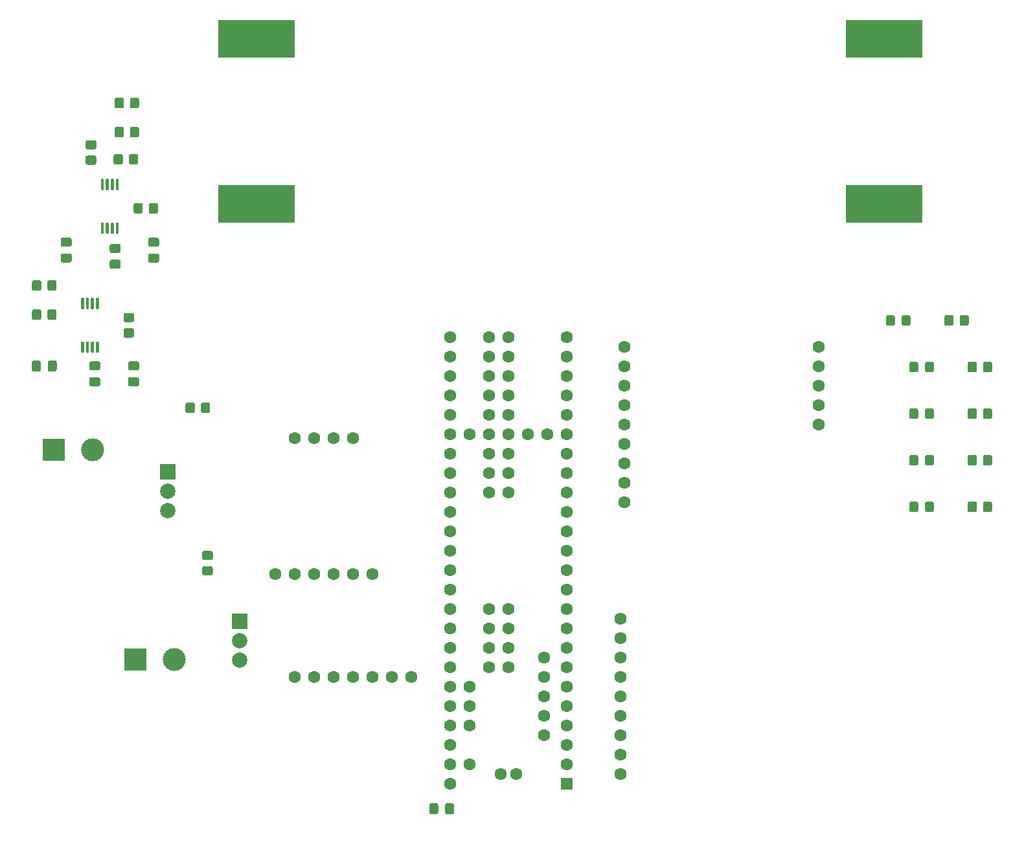
<source format=gts>
G04 #@! TF.GenerationSoftware,KiCad,Pcbnew,(5.1.7)-1*
G04 #@! TF.CreationDate,2021-11-25T13:01:40-05:00*
G04 #@! TF.ProjectId,REV1_FALL_2021,52455631-5f46-4414-9c4c-5f323032312e,rev?*
G04 #@! TF.SameCoordinates,Original*
G04 #@! TF.FileFunction,Soldermask,Top*
G04 #@! TF.FilePolarity,Negative*
%FSLAX46Y46*%
G04 Gerber Fmt 4.6, Leading zero omitted, Abs format (unit mm)*
G04 Created by KiCad (PCBNEW (5.1.7)-1) date 2021-11-25 13:01:40*
%MOMM*%
%LPD*%
G01*
G04 APERTURE LIST*
%ADD10R,10.000000X5.000000*%
%ADD11C,1.600000*%
%ADD12R,1.600000X1.600000*%
%ADD13R,3.000000X3.000000*%
%ADD14C,3.000000*%
%ADD15R,2.000000X2.000000*%
%ADD16C,2.000000*%
G04 APERTURE END LIST*
D10*
X144945000Y-81280000D03*
X62945000Y-81280000D03*
X144945000Y-59690000D03*
X62945000Y-59690000D03*
D11*
X110490000Y-155829000D03*
X110490000Y-153289000D03*
X110490000Y-150749000D03*
X110490000Y-148209000D03*
X110490000Y-145669000D03*
X110490000Y-143129000D03*
X110490000Y-140589000D03*
X110490000Y-138049000D03*
X110490000Y-135509000D03*
X83185000Y-143129000D03*
X80645000Y-143129000D03*
X78105000Y-143129000D03*
X75565000Y-143129000D03*
X73025000Y-143129000D03*
X70485000Y-143129000D03*
X67945000Y-143129000D03*
X65405000Y-129667000D03*
X67945000Y-129667000D03*
X70485000Y-129667000D03*
X73025000Y-129667000D03*
X75565000Y-129667000D03*
X78105000Y-129667000D03*
X67945000Y-111887000D03*
X70485000Y-111887000D03*
X73025000Y-111887000D03*
X75565000Y-111887000D03*
X110998000Y-99949000D03*
X110998000Y-102489000D03*
X110998000Y-105029000D03*
X110998000Y-107569000D03*
X110998000Y-110109000D03*
X110998000Y-112649000D03*
X110998000Y-115189000D03*
X110998000Y-117729000D03*
X110998000Y-120269000D03*
X136398000Y-110109000D03*
X136398000Y-107569000D03*
X136398000Y-105029000D03*
X136398000Y-102489000D03*
X136398000Y-99949000D03*
X103505000Y-116459000D03*
X103505000Y-113919000D03*
X103505000Y-111379000D03*
X103505000Y-108839000D03*
X103505000Y-118999000D03*
X103505000Y-121539000D03*
X103505000Y-124079000D03*
X103505000Y-106299000D03*
X103505000Y-103759000D03*
X103505000Y-101219000D03*
X103505000Y-98679000D03*
X100965000Y-111379000D03*
X98425000Y-111379000D03*
X95885000Y-111379000D03*
X93345000Y-111379000D03*
X90805000Y-111379000D03*
X88265000Y-98679000D03*
X88265000Y-101219000D03*
X88265000Y-103759000D03*
X88265000Y-106299000D03*
X88265000Y-108839000D03*
X88265000Y-111379000D03*
X88265000Y-113919000D03*
X88265000Y-116459000D03*
X103505000Y-126619000D03*
X103505000Y-129159000D03*
X103505000Y-131699000D03*
X103505000Y-134239000D03*
X103505000Y-136779000D03*
X103505000Y-139319000D03*
X103505000Y-141859000D03*
X103505000Y-144399000D03*
X103505000Y-146939000D03*
X103505000Y-149479000D03*
X103505000Y-152019000D03*
X103505000Y-154559000D03*
D12*
X103505000Y-157099000D03*
D11*
X88265000Y-118999000D03*
X88265000Y-121539000D03*
X88265000Y-124079000D03*
X88265000Y-126619000D03*
X88265000Y-129159000D03*
X88265000Y-131699000D03*
X88265000Y-134239000D03*
X88265000Y-136779000D03*
X88265000Y-139319000D03*
X88265000Y-141859000D03*
X88265000Y-144399000D03*
X88265000Y-146939000D03*
X88265000Y-149479000D03*
X88265000Y-152019000D03*
X88265000Y-154559000D03*
X88265000Y-157099000D03*
X90805000Y-154559000D03*
X90805000Y-149479000D03*
X90805000Y-146939000D03*
X90805000Y-144399000D03*
X100505000Y-150749000D03*
X100505000Y-148209000D03*
X100505000Y-145669000D03*
X100505000Y-143129000D03*
X100505000Y-140589000D03*
X93345000Y-108839000D03*
X93345000Y-106299000D03*
X93345000Y-103759000D03*
X93345000Y-101219000D03*
X95885000Y-101219000D03*
X95885000Y-103759000D03*
X95885000Y-106299000D03*
X95885000Y-108839000D03*
X93345000Y-98679000D03*
X95885000Y-98679000D03*
X93345000Y-113919000D03*
X95885000Y-113919000D03*
X93345000Y-116459000D03*
X95885000Y-116459000D03*
X93345000Y-118999000D03*
X95885000Y-118999000D03*
X95885000Y-139319000D03*
X95885000Y-141859000D03*
X95885000Y-136779000D03*
X95885000Y-134239000D03*
X93345000Y-134239000D03*
X93345000Y-136779000D03*
X93345000Y-139319000D03*
X93345000Y-141859000D03*
X96895000Y-155829000D03*
X94875000Y-155829000D03*
G36*
G01*
X46388000Y-101880000D02*
X47338000Y-101880000D01*
G75*
G02*
X47588000Y-102130000I0J-250000D01*
G01*
X47588000Y-102805000D01*
G75*
G02*
X47338000Y-103055000I-250000J0D01*
G01*
X46388000Y-103055000D01*
G75*
G02*
X46138000Y-102805000I0J250000D01*
G01*
X46138000Y-102130000D01*
G75*
G02*
X46388000Y-101880000I250000J0D01*
G01*
G37*
G36*
G01*
X46388000Y-103955000D02*
X47338000Y-103955000D01*
G75*
G02*
X47588000Y-104205000I0J-250000D01*
G01*
X47588000Y-104880000D01*
G75*
G02*
X47338000Y-105130000I-250000J0D01*
G01*
X46388000Y-105130000D01*
G75*
G02*
X46138000Y-104880000I0J250000D01*
G01*
X46138000Y-104205000D01*
G75*
G02*
X46388000Y-103955000I250000J0D01*
G01*
G37*
G36*
G01*
X34729000Y-102014000D02*
X34729000Y-102964000D01*
G75*
G02*
X34479000Y-103214000I-250000J0D01*
G01*
X33804000Y-103214000D01*
G75*
G02*
X33554000Y-102964000I0J250000D01*
G01*
X33554000Y-102014000D01*
G75*
G02*
X33804000Y-101764000I250000J0D01*
G01*
X34479000Y-101764000D01*
G75*
G02*
X34729000Y-102014000I0J-250000D01*
G01*
G37*
G36*
G01*
X36804000Y-102014000D02*
X36804000Y-102964000D01*
G75*
G02*
X36554000Y-103214000I-250000J0D01*
G01*
X35879000Y-103214000D01*
G75*
G02*
X35629000Y-102964000I0J250000D01*
G01*
X35629000Y-102014000D01*
G75*
G02*
X35879000Y-101764000I250000J0D01*
G01*
X36554000Y-101764000D01*
G75*
G02*
X36804000Y-102014000I0J-250000D01*
G01*
G37*
G36*
G01*
X41308000Y-101880000D02*
X42258000Y-101880000D01*
G75*
G02*
X42508000Y-102130000I0J-250000D01*
G01*
X42508000Y-102805000D01*
G75*
G02*
X42258000Y-103055000I-250000J0D01*
G01*
X41308000Y-103055000D01*
G75*
G02*
X41058000Y-102805000I0J250000D01*
G01*
X41058000Y-102130000D01*
G75*
G02*
X41308000Y-101880000I250000J0D01*
G01*
G37*
G36*
G01*
X41308000Y-103955000D02*
X42258000Y-103955000D01*
G75*
G02*
X42508000Y-104205000I0J-250000D01*
G01*
X42508000Y-104880000D01*
G75*
G02*
X42258000Y-105130000I-250000J0D01*
G01*
X41308000Y-105130000D01*
G75*
G02*
X41058000Y-104880000I0J250000D01*
G01*
X41058000Y-104205000D01*
G75*
G02*
X41308000Y-103955000I250000J0D01*
G01*
G37*
G36*
G01*
X48991500Y-85687500D02*
X49941500Y-85687500D01*
G75*
G02*
X50191500Y-85937500I0J-250000D01*
G01*
X50191500Y-86612500D01*
G75*
G02*
X49941500Y-86862500I-250000J0D01*
G01*
X48991500Y-86862500D01*
G75*
G02*
X48741500Y-86612500I0J250000D01*
G01*
X48741500Y-85937500D01*
G75*
G02*
X48991500Y-85687500I250000J0D01*
G01*
G37*
G36*
G01*
X48991500Y-87762500D02*
X49941500Y-87762500D01*
G75*
G02*
X50191500Y-88012500I0J-250000D01*
G01*
X50191500Y-88687500D01*
G75*
G02*
X49941500Y-88937500I-250000J0D01*
G01*
X48991500Y-88937500D01*
G75*
G02*
X48741500Y-88687500I0J250000D01*
G01*
X48741500Y-88012500D01*
G75*
G02*
X48991500Y-87762500I250000J0D01*
G01*
G37*
G36*
G01*
X37561500Y-87762500D02*
X38511500Y-87762500D01*
G75*
G02*
X38761500Y-88012500I0J-250000D01*
G01*
X38761500Y-88687500D01*
G75*
G02*
X38511500Y-88937500I-250000J0D01*
G01*
X37561500Y-88937500D01*
G75*
G02*
X37311500Y-88687500I0J250000D01*
G01*
X37311500Y-88012500D01*
G75*
G02*
X37561500Y-87762500I250000J0D01*
G01*
G37*
G36*
G01*
X37561500Y-85687500D02*
X38511500Y-85687500D01*
G75*
G02*
X38761500Y-85937500I0J-250000D01*
G01*
X38761500Y-86612500D01*
G75*
G02*
X38511500Y-86862500I-250000J0D01*
G01*
X37561500Y-86862500D01*
G75*
G02*
X37311500Y-86612500I0J250000D01*
G01*
X37311500Y-85937500D01*
G75*
G02*
X37561500Y-85687500I250000J0D01*
G01*
G37*
G36*
G01*
X43975000Y-88588000D02*
X44925000Y-88588000D01*
G75*
G02*
X45175000Y-88838000I0J-250000D01*
G01*
X45175000Y-89513000D01*
G75*
G02*
X44925000Y-89763000I-250000J0D01*
G01*
X43975000Y-89763000D01*
G75*
G02*
X43725000Y-89513000I0J250000D01*
G01*
X43725000Y-88838000D01*
G75*
G02*
X43975000Y-88588000I250000J0D01*
G01*
G37*
G36*
G01*
X43975000Y-86513000D02*
X44925000Y-86513000D01*
G75*
G02*
X45175000Y-86763000I0J-250000D01*
G01*
X45175000Y-87438000D01*
G75*
G02*
X44925000Y-87688000I-250000J0D01*
G01*
X43975000Y-87688000D01*
G75*
G02*
X43725000Y-87438000I0J250000D01*
G01*
X43725000Y-86763000D01*
G75*
G02*
X43975000Y-86513000I250000J0D01*
G01*
G37*
D13*
X36449000Y-113411000D03*
D14*
X41529000Y-113411000D03*
D15*
X51308000Y-116332000D03*
D16*
X51308000Y-118872000D03*
X51308000Y-121412000D03*
G36*
G01*
X47447000Y-74987999D02*
X47447000Y-75888001D01*
G75*
G02*
X47197001Y-76138000I-249999J0D01*
G01*
X46496999Y-76138000D01*
G75*
G02*
X46247000Y-75888001I0J249999D01*
G01*
X46247000Y-74987999D01*
G75*
G02*
X46496999Y-74738000I249999J0D01*
G01*
X47197001Y-74738000D01*
G75*
G02*
X47447000Y-74987999I0J-249999D01*
G01*
G37*
G36*
G01*
X45447000Y-74987999D02*
X45447000Y-75888001D01*
G75*
G02*
X45197001Y-76138000I-249999J0D01*
G01*
X44496999Y-76138000D01*
G75*
G02*
X44247000Y-75888001I0J249999D01*
G01*
X44247000Y-74987999D01*
G75*
G02*
X44496999Y-74738000I249999J0D01*
G01*
X45197001Y-74738000D01*
G75*
G02*
X45447000Y-74987999I0J-249999D01*
G01*
G37*
G36*
G01*
X46374000Y-72332001D02*
X46374000Y-71431999D01*
G75*
G02*
X46623999Y-71182000I249999J0D01*
G01*
X47324001Y-71182000D01*
G75*
G02*
X47574000Y-71431999I0J-249999D01*
G01*
X47574000Y-72332001D01*
G75*
G02*
X47324001Y-72582000I-249999J0D01*
G01*
X46623999Y-72582000D01*
G75*
G02*
X46374000Y-72332001I0J249999D01*
G01*
G37*
G36*
G01*
X44374000Y-72332001D02*
X44374000Y-71431999D01*
G75*
G02*
X44623999Y-71182000I249999J0D01*
G01*
X45324001Y-71182000D01*
G75*
G02*
X45574000Y-71431999I0J-249999D01*
G01*
X45574000Y-72332001D01*
G75*
G02*
X45324001Y-72582000I-249999J0D01*
G01*
X44623999Y-72582000D01*
G75*
G02*
X44374000Y-72332001I0J249999D01*
G01*
G37*
G36*
G01*
X55645000Y-108400001D02*
X55645000Y-107499999D01*
G75*
G02*
X55894999Y-107250000I249999J0D01*
G01*
X56595001Y-107250000D01*
G75*
G02*
X56845000Y-107499999I0J-249999D01*
G01*
X56845000Y-108400001D01*
G75*
G02*
X56595001Y-108650000I-249999J0D01*
G01*
X55894999Y-108650000D01*
G75*
G02*
X55645000Y-108400001I0J249999D01*
G01*
G37*
G36*
G01*
X53645000Y-108400001D02*
X53645000Y-107499999D01*
G75*
G02*
X53894999Y-107250000I249999J0D01*
G01*
X54595001Y-107250000D01*
G75*
G02*
X54845000Y-107499999I0J-249999D01*
G01*
X54845000Y-108400001D01*
G75*
G02*
X54595001Y-108650000I-249999J0D01*
G01*
X53894999Y-108650000D01*
G75*
G02*
X53645000Y-108400001I0J249999D01*
G01*
G37*
G36*
G01*
X35579000Y-96208001D02*
X35579000Y-95307999D01*
G75*
G02*
X35828999Y-95058000I249999J0D01*
G01*
X36529001Y-95058000D01*
G75*
G02*
X36779000Y-95307999I0J-249999D01*
G01*
X36779000Y-96208001D01*
G75*
G02*
X36529001Y-96458000I-249999J0D01*
G01*
X35828999Y-96458000D01*
G75*
G02*
X35579000Y-96208001I0J249999D01*
G01*
G37*
G36*
G01*
X33579000Y-96208001D02*
X33579000Y-95307999D01*
G75*
G02*
X33828999Y-95058000I249999J0D01*
G01*
X34529001Y-95058000D01*
G75*
G02*
X34779000Y-95307999I0J-249999D01*
G01*
X34779000Y-96208001D01*
G75*
G02*
X34529001Y-96458000I-249999J0D01*
G01*
X33828999Y-96458000D01*
G75*
G02*
X33579000Y-96208001I0J249999D01*
G01*
G37*
G36*
G01*
X46678001Y-98755000D02*
X45777999Y-98755000D01*
G75*
G02*
X45528000Y-98505001I0J249999D01*
G01*
X45528000Y-97804999D01*
G75*
G02*
X45777999Y-97555000I249999J0D01*
G01*
X46678001Y-97555000D01*
G75*
G02*
X46928000Y-97804999I0J-249999D01*
G01*
X46928000Y-98505001D01*
G75*
G02*
X46678001Y-98755000I-249999J0D01*
G01*
G37*
G36*
G01*
X46678001Y-96755000D02*
X45777999Y-96755000D01*
G75*
G02*
X45528000Y-96505001I0J249999D01*
G01*
X45528000Y-95804999D01*
G75*
G02*
X45777999Y-95555000I249999J0D01*
G01*
X46678001Y-95555000D01*
G75*
G02*
X46928000Y-95804999I0J-249999D01*
G01*
X46928000Y-96505001D01*
G75*
G02*
X46678001Y-96755000I-249999J0D01*
G01*
G37*
G36*
G01*
X40824999Y-72949000D02*
X41725001Y-72949000D01*
G75*
G02*
X41975000Y-73198999I0J-249999D01*
G01*
X41975000Y-73899001D01*
G75*
G02*
X41725001Y-74149000I-249999J0D01*
G01*
X40824999Y-74149000D01*
G75*
G02*
X40575000Y-73899001I0J249999D01*
G01*
X40575000Y-73198999D01*
G75*
G02*
X40824999Y-72949000I249999J0D01*
G01*
G37*
G36*
G01*
X40824999Y-74949000D02*
X41725001Y-74949000D01*
G75*
G02*
X41975000Y-75198999I0J-249999D01*
G01*
X41975000Y-75899001D01*
G75*
G02*
X41725001Y-76149000I-249999J0D01*
G01*
X40824999Y-76149000D01*
G75*
G02*
X40575000Y-75899001I0J249999D01*
G01*
X40575000Y-75198999D01*
G75*
G02*
X40824999Y-74949000I249999J0D01*
G01*
G37*
G36*
G01*
X50050500Y-81401499D02*
X50050500Y-82301501D01*
G75*
G02*
X49800501Y-82551500I-249999J0D01*
G01*
X49100499Y-82551500D01*
G75*
G02*
X48850500Y-82301501I0J249999D01*
G01*
X48850500Y-81401499D01*
G75*
G02*
X49100499Y-81151500I249999J0D01*
G01*
X49800501Y-81151500D01*
G75*
G02*
X50050500Y-81401499I0J-249999D01*
G01*
G37*
G36*
G01*
X48050500Y-81401499D02*
X48050500Y-82301501D01*
G75*
G02*
X47800501Y-82551500I-249999J0D01*
G01*
X47100499Y-82551500D01*
G75*
G02*
X46850500Y-82301501I0J249999D01*
G01*
X46850500Y-81401499D01*
G75*
G02*
X47100499Y-81151500I249999J0D01*
G01*
X47800501Y-81151500D01*
G75*
G02*
X48050500Y-81401499I0J-249999D01*
G01*
G37*
G36*
G01*
X149410000Y-120453999D02*
X149410000Y-121354001D01*
G75*
G02*
X149160001Y-121604000I-249999J0D01*
G01*
X148509999Y-121604000D01*
G75*
G02*
X148260000Y-121354001I0J249999D01*
G01*
X148260000Y-120453999D01*
G75*
G02*
X148509999Y-120204000I249999J0D01*
G01*
X149160001Y-120204000D01*
G75*
G02*
X149410000Y-120453999I0J-249999D01*
G01*
G37*
G36*
G01*
X151460000Y-120453999D02*
X151460000Y-121354001D01*
G75*
G02*
X151210001Y-121604000I-249999J0D01*
G01*
X150559999Y-121604000D01*
G75*
G02*
X150310000Y-121354001I0J249999D01*
G01*
X150310000Y-120453999D01*
G75*
G02*
X150559999Y-120204000I249999J0D01*
G01*
X151210001Y-120204000D01*
G75*
G02*
X151460000Y-120453999I0J-249999D01*
G01*
G37*
G36*
G01*
X151460000Y-114357999D02*
X151460000Y-115258001D01*
G75*
G02*
X151210001Y-115508000I-249999J0D01*
G01*
X150559999Y-115508000D01*
G75*
G02*
X150310000Y-115258001I0J249999D01*
G01*
X150310000Y-114357999D01*
G75*
G02*
X150559999Y-114108000I249999J0D01*
G01*
X151210001Y-114108000D01*
G75*
G02*
X151460000Y-114357999I0J-249999D01*
G01*
G37*
G36*
G01*
X149410000Y-114357999D02*
X149410000Y-115258001D01*
G75*
G02*
X149160001Y-115508000I-249999J0D01*
G01*
X148509999Y-115508000D01*
G75*
G02*
X148260000Y-115258001I0J249999D01*
G01*
X148260000Y-114357999D01*
G75*
G02*
X148509999Y-114108000I249999J0D01*
G01*
X149160001Y-114108000D01*
G75*
G02*
X149410000Y-114357999I0J-249999D01*
G01*
G37*
G36*
G01*
X151460000Y-108261999D02*
X151460000Y-109162001D01*
G75*
G02*
X151210001Y-109412000I-249999J0D01*
G01*
X150559999Y-109412000D01*
G75*
G02*
X150310000Y-109162001I0J249999D01*
G01*
X150310000Y-108261999D01*
G75*
G02*
X150559999Y-108012000I249999J0D01*
G01*
X151210001Y-108012000D01*
G75*
G02*
X151460000Y-108261999I0J-249999D01*
G01*
G37*
G36*
G01*
X149410000Y-108261999D02*
X149410000Y-109162001D01*
G75*
G02*
X149160001Y-109412000I-249999J0D01*
G01*
X148509999Y-109412000D01*
G75*
G02*
X148260000Y-109162001I0J249999D01*
G01*
X148260000Y-108261999D01*
G75*
G02*
X148509999Y-108012000I249999J0D01*
G01*
X149160001Y-108012000D01*
G75*
G02*
X149410000Y-108261999I0J-249999D01*
G01*
G37*
G36*
G01*
X149410000Y-102165999D02*
X149410000Y-103066001D01*
G75*
G02*
X149160001Y-103316000I-249999J0D01*
G01*
X148509999Y-103316000D01*
G75*
G02*
X148260000Y-103066001I0J249999D01*
G01*
X148260000Y-102165999D01*
G75*
G02*
X148509999Y-101916000I249999J0D01*
G01*
X149160001Y-101916000D01*
G75*
G02*
X149410000Y-102165999I0J-249999D01*
G01*
G37*
G36*
G01*
X151460000Y-102165999D02*
X151460000Y-103066001D01*
G75*
G02*
X151210001Y-103316000I-249999J0D01*
G01*
X150559999Y-103316000D01*
G75*
G02*
X150310000Y-103066001I0J249999D01*
G01*
X150310000Y-102165999D01*
G75*
G02*
X150559999Y-101916000I249999J0D01*
G01*
X151210001Y-101916000D01*
G75*
G02*
X151460000Y-102165999I0J-249999D01*
G01*
G37*
G36*
G01*
X148412000Y-96069999D02*
X148412000Y-96970001D01*
G75*
G02*
X148162001Y-97220000I-249999J0D01*
G01*
X147511999Y-97220000D01*
G75*
G02*
X147262000Y-96970001I0J249999D01*
G01*
X147262000Y-96069999D01*
G75*
G02*
X147511999Y-95820000I249999J0D01*
G01*
X148162001Y-95820000D01*
G75*
G02*
X148412000Y-96069999I0J-249999D01*
G01*
G37*
G36*
G01*
X146362000Y-96069999D02*
X146362000Y-96970001D01*
G75*
G02*
X146112001Y-97220000I-249999J0D01*
G01*
X145461999Y-97220000D01*
G75*
G02*
X145212000Y-96970001I0J249999D01*
G01*
X145212000Y-96069999D01*
G75*
G02*
X145461999Y-95820000I249999J0D01*
G01*
X146112001Y-95820000D01*
G75*
G02*
X146362000Y-96069999I0J-249999D01*
G01*
G37*
G36*
G01*
X155880000Y-121354001D02*
X155880000Y-120453999D01*
G75*
G02*
X156129999Y-120204000I249999J0D01*
G01*
X156830001Y-120204000D01*
G75*
G02*
X157080000Y-120453999I0J-249999D01*
G01*
X157080000Y-121354001D01*
G75*
G02*
X156830001Y-121604000I-249999J0D01*
G01*
X156129999Y-121604000D01*
G75*
G02*
X155880000Y-121354001I0J249999D01*
G01*
G37*
G36*
G01*
X157880000Y-121354001D02*
X157880000Y-120453999D01*
G75*
G02*
X158129999Y-120204000I249999J0D01*
G01*
X158830001Y-120204000D01*
G75*
G02*
X159080000Y-120453999I0J-249999D01*
G01*
X159080000Y-121354001D01*
G75*
G02*
X158830001Y-121604000I-249999J0D01*
G01*
X158129999Y-121604000D01*
G75*
G02*
X157880000Y-121354001I0J249999D01*
G01*
G37*
G36*
G01*
X157880000Y-115258001D02*
X157880000Y-114357999D01*
G75*
G02*
X158129999Y-114108000I249999J0D01*
G01*
X158830001Y-114108000D01*
G75*
G02*
X159080000Y-114357999I0J-249999D01*
G01*
X159080000Y-115258001D01*
G75*
G02*
X158830001Y-115508000I-249999J0D01*
G01*
X158129999Y-115508000D01*
G75*
G02*
X157880000Y-115258001I0J249999D01*
G01*
G37*
G36*
G01*
X155880000Y-115258001D02*
X155880000Y-114357999D01*
G75*
G02*
X156129999Y-114108000I249999J0D01*
G01*
X156830001Y-114108000D01*
G75*
G02*
X157080000Y-114357999I0J-249999D01*
G01*
X157080000Y-115258001D01*
G75*
G02*
X156830001Y-115508000I-249999J0D01*
G01*
X156129999Y-115508000D01*
G75*
G02*
X155880000Y-115258001I0J249999D01*
G01*
G37*
G36*
G01*
X155880000Y-109162001D02*
X155880000Y-108261999D01*
G75*
G02*
X156129999Y-108012000I249999J0D01*
G01*
X156830001Y-108012000D01*
G75*
G02*
X157080000Y-108261999I0J-249999D01*
G01*
X157080000Y-109162001D01*
G75*
G02*
X156830001Y-109412000I-249999J0D01*
G01*
X156129999Y-109412000D01*
G75*
G02*
X155880000Y-109162001I0J249999D01*
G01*
G37*
G36*
G01*
X157880000Y-109162001D02*
X157880000Y-108261999D01*
G75*
G02*
X158129999Y-108012000I249999J0D01*
G01*
X158830001Y-108012000D01*
G75*
G02*
X159080000Y-108261999I0J-249999D01*
G01*
X159080000Y-109162001D01*
G75*
G02*
X158830001Y-109412000I-249999J0D01*
G01*
X158129999Y-109412000D01*
G75*
G02*
X157880000Y-109162001I0J249999D01*
G01*
G37*
G36*
G01*
X155880000Y-103066001D02*
X155880000Y-102165999D01*
G75*
G02*
X156129999Y-101916000I249999J0D01*
G01*
X156830001Y-101916000D01*
G75*
G02*
X157080000Y-102165999I0J-249999D01*
G01*
X157080000Y-103066001D01*
G75*
G02*
X156830001Y-103316000I-249999J0D01*
G01*
X156129999Y-103316000D01*
G75*
G02*
X155880000Y-103066001I0J249999D01*
G01*
G37*
G36*
G01*
X157880000Y-103066001D02*
X157880000Y-102165999D01*
G75*
G02*
X158129999Y-101916000I249999J0D01*
G01*
X158830001Y-101916000D01*
G75*
G02*
X159080000Y-102165999I0J-249999D01*
G01*
X159080000Y-103066001D01*
G75*
G02*
X158830001Y-103316000I-249999J0D01*
G01*
X158129999Y-103316000D01*
G75*
G02*
X157880000Y-103066001I0J249999D01*
G01*
G37*
G36*
G01*
X154832000Y-96970001D02*
X154832000Y-96069999D01*
G75*
G02*
X155081999Y-95820000I249999J0D01*
G01*
X155782001Y-95820000D01*
G75*
G02*
X156032000Y-96069999I0J-249999D01*
G01*
X156032000Y-96970001D01*
G75*
G02*
X155782001Y-97220000I-249999J0D01*
G01*
X155081999Y-97220000D01*
G75*
G02*
X154832000Y-96970001I0J249999D01*
G01*
G37*
G36*
G01*
X152832000Y-96970001D02*
X152832000Y-96069999D01*
G75*
G02*
X153081999Y-95820000I249999J0D01*
G01*
X153782001Y-95820000D01*
G75*
G02*
X154032000Y-96069999I0J-249999D01*
G01*
X154032000Y-96970001D01*
G75*
G02*
X153782001Y-97220000I-249999J0D01*
G01*
X153081999Y-97220000D01*
G75*
G02*
X152832000Y-96970001I0J249999D01*
G01*
G37*
G36*
G01*
X88747000Y-159926000D02*
X88747000Y-160876000D01*
G75*
G02*
X88497000Y-161126000I-250000J0D01*
G01*
X87822000Y-161126000D01*
G75*
G02*
X87572000Y-160876000I0J250000D01*
G01*
X87572000Y-159926000D01*
G75*
G02*
X87822000Y-159676000I250000J0D01*
G01*
X88497000Y-159676000D01*
G75*
G02*
X88747000Y-159926000I0J-250000D01*
G01*
G37*
G36*
G01*
X86672000Y-159926000D02*
X86672000Y-160876000D01*
G75*
G02*
X86422000Y-161126000I-250000J0D01*
G01*
X85747000Y-161126000D01*
G75*
G02*
X85497000Y-160876000I0J250000D01*
G01*
X85497000Y-159926000D01*
G75*
G02*
X85747000Y-159676000I250000J0D01*
G01*
X86422000Y-159676000D01*
G75*
G02*
X86672000Y-159926000I0J-250000D01*
G01*
G37*
D13*
X47117000Y-140843000D03*
D14*
X52197000Y-140843000D03*
D15*
X60706000Y-135890000D03*
D16*
X60706000Y-138430000D03*
X60706000Y-140970000D03*
G36*
G01*
X56965001Y-129870000D02*
X56064999Y-129870000D01*
G75*
G02*
X55815000Y-129620001I0J249999D01*
G01*
X55815000Y-128919999D01*
G75*
G02*
X56064999Y-128670000I249999J0D01*
G01*
X56965001Y-128670000D01*
G75*
G02*
X57215000Y-128919999I0J-249999D01*
G01*
X57215000Y-129620001D01*
G75*
G02*
X56965001Y-129870000I-249999J0D01*
G01*
G37*
G36*
G01*
X56965001Y-127870000D02*
X56064999Y-127870000D01*
G75*
G02*
X55815000Y-127620001I0J249999D01*
G01*
X55815000Y-126919999D01*
G75*
G02*
X56064999Y-126670000I249999J0D01*
G01*
X56965001Y-126670000D01*
G75*
G02*
X57215000Y-126919999I0J-249999D01*
G01*
X57215000Y-127620001D01*
G75*
G02*
X56965001Y-127870000I-249999J0D01*
G01*
G37*
G36*
G01*
X42023000Y-93555000D02*
X42223000Y-93555000D01*
G75*
G02*
X42323000Y-93655000I0J-100000D01*
G01*
X42323000Y-94930000D01*
G75*
G02*
X42223000Y-95030000I-100000J0D01*
G01*
X42023000Y-95030000D01*
G75*
G02*
X41923000Y-94930000I0J100000D01*
G01*
X41923000Y-93655000D01*
G75*
G02*
X42023000Y-93555000I100000J0D01*
G01*
G37*
G36*
G01*
X41373000Y-93555000D02*
X41573000Y-93555000D01*
G75*
G02*
X41673000Y-93655000I0J-100000D01*
G01*
X41673000Y-94930000D01*
G75*
G02*
X41573000Y-95030000I-100000J0D01*
G01*
X41373000Y-95030000D01*
G75*
G02*
X41273000Y-94930000I0J100000D01*
G01*
X41273000Y-93655000D01*
G75*
G02*
X41373000Y-93555000I100000J0D01*
G01*
G37*
G36*
G01*
X40723000Y-93555000D02*
X40923000Y-93555000D01*
G75*
G02*
X41023000Y-93655000I0J-100000D01*
G01*
X41023000Y-94930000D01*
G75*
G02*
X40923000Y-95030000I-100000J0D01*
G01*
X40723000Y-95030000D01*
G75*
G02*
X40623000Y-94930000I0J100000D01*
G01*
X40623000Y-93655000D01*
G75*
G02*
X40723000Y-93555000I100000J0D01*
G01*
G37*
G36*
G01*
X40073000Y-93555000D02*
X40273000Y-93555000D01*
G75*
G02*
X40373000Y-93655000I0J-100000D01*
G01*
X40373000Y-94930000D01*
G75*
G02*
X40273000Y-95030000I-100000J0D01*
G01*
X40073000Y-95030000D01*
G75*
G02*
X39973000Y-94930000I0J100000D01*
G01*
X39973000Y-93655000D01*
G75*
G02*
X40073000Y-93555000I100000J0D01*
G01*
G37*
G36*
G01*
X40073000Y-99280000D02*
X40273000Y-99280000D01*
G75*
G02*
X40373000Y-99380000I0J-100000D01*
G01*
X40373000Y-100655000D01*
G75*
G02*
X40273000Y-100755000I-100000J0D01*
G01*
X40073000Y-100755000D01*
G75*
G02*
X39973000Y-100655000I0J100000D01*
G01*
X39973000Y-99380000D01*
G75*
G02*
X40073000Y-99280000I100000J0D01*
G01*
G37*
G36*
G01*
X40723000Y-99280000D02*
X40923000Y-99280000D01*
G75*
G02*
X41023000Y-99380000I0J-100000D01*
G01*
X41023000Y-100655000D01*
G75*
G02*
X40923000Y-100755000I-100000J0D01*
G01*
X40723000Y-100755000D01*
G75*
G02*
X40623000Y-100655000I0J100000D01*
G01*
X40623000Y-99380000D01*
G75*
G02*
X40723000Y-99280000I100000J0D01*
G01*
G37*
G36*
G01*
X41373000Y-99280000D02*
X41573000Y-99280000D01*
G75*
G02*
X41673000Y-99380000I0J-100000D01*
G01*
X41673000Y-100655000D01*
G75*
G02*
X41573000Y-100755000I-100000J0D01*
G01*
X41373000Y-100755000D01*
G75*
G02*
X41273000Y-100655000I0J100000D01*
G01*
X41273000Y-99380000D01*
G75*
G02*
X41373000Y-99280000I100000J0D01*
G01*
G37*
G36*
G01*
X42023000Y-99280000D02*
X42223000Y-99280000D01*
G75*
G02*
X42323000Y-99380000I0J-100000D01*
G01*
X42323000Y-100655000D01*
G75*
G02*
X42223000Y-100755000I-100000J0D01*
G01*
X42023000Y-100755000D01*
G75*
G02*
X41923000Y-100655000I0J100000D01*
G01*
X41923000Y-99380000D01*
G75*
G02*
X42023000Y-99280000I100000J0D01*
G01*
G37*
G36*
G01*
X44626500Y-83722500D02*
X44826500Y-83722500D01*
G75*
G02*
X44926500Y-83822500I0J-100000D01*
G01*
X44926500Y-85097500D01*
G75*
G02*
X44826500Y-85197500I-100000J0D01*
G01*
X44626500Y-85197500D01*
G75*
G02*
X44526500Y-85097500I0J100000D01*
G01*
X44526500Y-83822500D01*
G75*
G02*
X44626500Y-83722500I100000J0D01*
G01*
G37*
G36*
G01*
X43976500Y-83722500D02*
X44176500Y-83722500D01*
G75*
G02*
X44276500Y-83822500I0J-100000D01*
G01*
X44276500Y-85097500D01*
G75*
G02*
X44176500Y-85197500I-100000J0D01*
G01*
X43976500Y-85197500D01*
G75*
G02*
X43876500Y-85097500I0J100000D01*
G01*
X43876500Y-83822500D01*
G75*
G02*
X43976500Y-83722500I100000J0D01*
G01*
G37*
G36*
G01*
X43326500Y-83722500D02*
X43526500Y-83722500D01*
G75*
G02*
X43626500Y-83822500I0J-100000D01*
G01*
X43626500Y-85097500D01*
G75*
G02*
X43526500Y-85197500I-100000J0D01*
G01*
X43326500Y-85197500D01*
G75*
G02*
X43226500Y-85097500I0J100000D01*
G01*
X43226500Y-83822500D01*
G75*
G02*
X43326500Y-83722500I100000J0D01*
G01*
G37*
G36*
G01*
X42676500Y-83722500D02*
X42876500Y-83722500D01*
G75*
G02*
X42976500Y-83822500I0J-100000D01*
G01*
X42976500Y-85097500D01*
G75*
G02*
X42876500Y-85197500I-100000J0D01*
G01*
X42676500Y-85197500D01*
G75*
G02*
X42576500Y-85097500I0J100000D01*
G01*
X42576500Y-83822500D01*
G75*
G02*
X42676500Y-83722500I100000J0D01*
G01*
G37*
G36*
G01*
X42676500Y-77997500D02*
X42876500Y-77997500D01*
G75*
G02*
X42976500Y-78097500I0J-100000D01*
G01*
X42976500Y-79372500D01*
G75*
G02*
X42876500Y-79472500I-100000J0D01*
G01*
X42676500Y-79472500D01*
G75*
G02*
X42576500Y-79372500I0J100000D01*
G01*
X42576500Y-78097500D01*
G75*
G02*
X42676500Y-77997500I100000J0D01*
G01*
G37*
G36*
G01*
X43326500Y-77997500D02*
X43526500Y-77997500D01*
G75*
G02*
X43626500Y-78097500I0J-100000D01*
G01*
X43626500Y-79372500D01*
G75*
G02*
X43526500Y-79472500I-100000J0D01*
G01*
X43326500Y-79472500D01*
G75*
G02*
X43226500Y-79372500I0J100000D01*
G01*
X43226500Y-78097500D01*
G75*
G02*
X43326500Y-77997500I100000J0D01*
G01*
G37*
G36*
G01*
X43976500Y-77997500D02*
X44176500Y-77997500D01*
G75*
G02*
X44276500Y-78097500I0J-100000D01*
G01*
X44276500Y-79372500D01*
G75*
G02*
X44176500Y-79472500I-100000J0D01*
G01*
X43976500Y-79472500D01*
G75*
G02*
X43876500Y-79372500I0J100000D01*
G01*
X43876500Y-78097500D01*
G75*
G02*
X43976500Y-77997500I100000J0D01*
G01*
G37*
G36*
G01*
X44626500Y-77997500D02*
X44826500Y-77997500D01*
G75*
G02*
X44926500Y-78097500I0J-100000D01*
G01*
X44926500Y-79372500D01*
G75*
G02*
X44826500Y-79472500I-100000J0D01*
G01*
X44626500Y-79472500D01*
G75*
G02*
X44526500Y-79372500I0J100000D01*
G01*
X44526500Y-78097500D01*
G75*
G02*
X44626500Y-77997500I100000J0D01*
G01*
G37*
G36*
G01*
X34779000Y-91497999D02*
X34779000Y-92398001D01*
G75*
G02*
X34529001Y-92648000I-249999J0D01*
G01*
X33828999Y-92648000D01*
G75*
G02*
X33579000Y-92398001I0J249999D01*
G01*
X33579000Y-91497999D01*
G75*
G02*
X33828999Y-91248000I249999J0D01*
G01*
X34529001Y-91248000D01*
G75*
G02*
X34779000Y-91497999I0J-249999D01*
G01*
G37*
G36*
G01*
X36779000Y-91497999D02*
X36779000Y-92398001D01*
G75*
G02*
X36529001Y-92648000I-249999J0D01*
G01*
X35828999Y-92648000D01*
G75*
G02*
X35579000Y-92398001I0J249999D01*
G01*
X35579000Y-91497999D01*
G75*
G02*
X35828999Y-91248000I249999J0D01*
G01*
X36529001Y-91248000D01*
G75*
G02*
X36779000Y-91497999I0J-249999D01*
G01*
G37*
G36*
G01*
X47574000Y-67621999D02*
X47574000Y-68522001D01*
G75*
G02*
X47324001Y-68772000I-249999J0D01*
G01*
X46623999Y-68772000D01*
G75*
G02*
X46374000Y-68522001I0J249999D01*
G01*
X46374000Y-67621999D01*
G75*
G02*
X46623999Y-67372000I249999J0D01*
G01*
X47324001Y-67372000D01*
G75*
G02*
X47574000Y-67621999I0J-249999D01*
G01*
G37*
G36*
G01*
X45574000Y-67621999D02*
X45574000Y-68522001D01*
G75*
G02*
X45324001Y-68772000I-249999J0D01*
G01*
X44623999Y-68772000D01*
G75*
G02*
X44374000Y-68522001I0J249999D01*
G01*
X44374000Y-67621999D01*
G75*
G02*
X44623999Y-67372000I249999J0D01*
G01*
X45324001Y-67372000D01*
G75*
G02*
X45574000Y-67621999I0J-249999D01*
G01*
G37*
M02*

</source>
